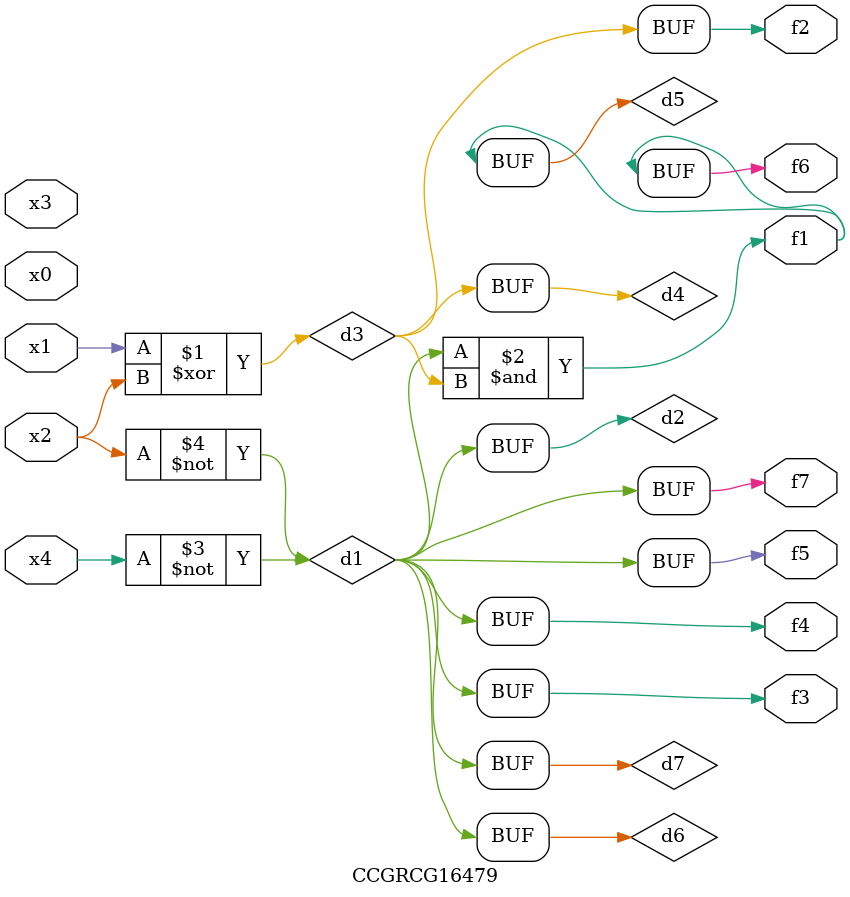
<source format=v>
module CCGRCG16479(
	input x0, x1, x2, x3, x4,
	output f1, f2, f3, f4, f5, f6, f7
);

	wire d1, d2, d3, d4, d5, d6, d7;

	not (d1, x4);
	not (d2, x2);
	xor (d3, x1, x2);
	buf (d4, d3);
	and (d5, d1, d3);
	buf (d6, d1, d2);
	buf (d7, d2);
	assign f1 = d5;
	assign f2 = d4;
	assign f3 = d7;
	assign f4 = d7;
	assign f5 = d7;
	assign f6 = d5;
	assign f7 = d7;
endmodule

</source>
